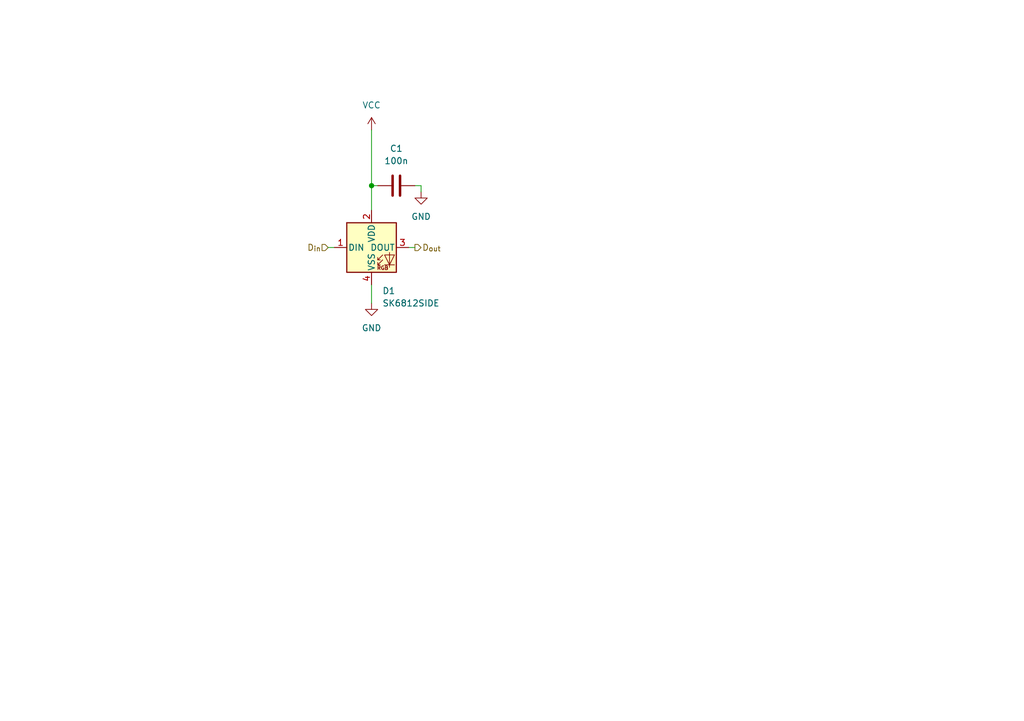
<source format=kicad_sch>
(kicad_sch (version 20240101) (generator "eeschema") (generator_version "8.99")
  (paper "A5")
  (lib_symbols
    (symbol "Device:C" (pin_numbers hide) (pin_names (offset 0.254))
      (property "Reference" "C" (at 0.635 2.54 0))
      (property "Value" "C" (at 0.635 -2.54 0))
      (symbol "C_0_1"
        (polyline (pts (xy -2.032 -0.762) (xy 2.032 -0.762)) (stroke (width 0.508)))
        (polyline (pts (xy -2.032 0.762) (xy 2.032 0.762)) (stroke (width 0.508)))
      )
      (symbol "C_1_1"
        (pin passive line (at 0 3.81 270) (length 2.794) (name "~") (number "1"))
        (pin passive line (at 0 -3.81 90) (length 2.794) (name "~") (number "2"))
      )
    )
    (symbol "LED-project:SK6812SIDE" (pin_names (offset 0.254))
      (property "Reference" "D" (at 5.08 5.715 0))
      (property "Value" "SK6812SIDE" (at 1.27 -5.715 0))
      (symbol "SK6812SIDE_0_0"
        (text "RGB" (at 2.286 -4.191 0) (effects (font (size 0.762 0.762))))
      )
      (symbol "SK6812SIDE_0_1"
        (rectangle (start -5.08 5.08) (end 5.08 -5.08) (stroke (width 0.254)) (fill (type background)))
        (polyline (pts (xy 1.27 -3.556) (xy 1.778 -3.556)))
        (polyline (pts (xy 1.27 -2.54) (xy 1.778 -2.54)))
        (polyline (pts (xy 4.699 -3.556) (xy 2.667 -3.556)))
        (polyline (pts (xy 2.286 -2.54) (xy 1.27 -3.556) (xy 1.27 -3.048)))
        (polyline (pts (xy 2.286 -1.524) (xy 1.27 -2.54) (xy 1.27 -2.032)))
        (polyline (pts (xy 3.683 -1.016) (xy 3.683 -3.556) (xy 3.683 -4.064)))
        (polyline (pts (xy 4.699 -1.524) (xy 2.667 -1.524) (xy 3.683 -3.556) (xy 4.699 -1.524)))
      )
      (symbol "SK6812SIDE_1_1"
        (pin input line (at -7.62 0 0) (length 2.54) (name "DIN") (number "1"))
        (pin power_in line (at 0 7.62 270) (length 2.54) (name "VDD") (number "2"))
        (pin output line (at 7.62 0 180) (length 2.54) (name "DOUT") (number "3"))
        (pin power_in line (at 0 -7.62 90) (length 2.54) (name "VSS") (number "4"))
      )
    )
    (symbol "power:GND" (power) (pin_names (offset 0))
      (property "Value" "GND" (at 0 -3.81 0))
      (symbol "GND_0_1"
        (polyline (pts (xy 0 0) (xy 0 -1.27) (xy 1.27 -1.27) (xy 0 -2.54) (xy -1.27 -1.27) (xy 0 -1.27)))
      )
      (symbol "GND_1_1"
        (pin power_in line (at 0 0 270) (length 0) hide (name "GND") (number "1"))
      )
    )
    (symbol "power:VCC" (power) (pin_names (offset 0))
      (property "Value" "VCC" (at 0 3.81 0))
      (symbol "VCC_0_1"
        (polyline (pts (xy -0.762 1.27) (xy 0 2.54)))
        (polyline (pts (xy 0 0) (xy 0 2.54)))
        (polyline (pts (xy 0 2.54) (xy 0.762 1.27)))
      )
      (symbol "VCC_1_1"
        (pin power_in line (at 0 0 90) (length 0) hide (name "VCC") (number "1"))
      )
    )
  )
  (junction (at 76.2 38.1))
  (wire (pts (xy 76.2 38.1) (xy 77.47 38.1)))
  (wire (pts (xy 67.31 50.8) (xy 68.58 50.8)))
  (wire (pts (xy 86.36 38.1) (xy 86.36 39.37)))
  (wire (pts (xy 76.2 43.18) (xy 76.2 38.1)))
  (wire (pts (xy 76.2 26.67) (xy 76.2 38.1)))
  (wire (pts (xy 83.82 50.8) (xy 85.09 50.8)))
  (wire (pts (xy 85.09 38.1) (xy 86.36 38.1)))
  (wire (pts (xy 76.2 58.42) (xy 76.2 62.23)))
  (hierarchical_label "D_{out}" (shape output) (at 85.09 50.8 0))
  (hierarchical_label "D_{in}" (shape input) (at 67.31 50.8 180))
  (symbol (lib_id "LED-project:SK6812SIDE") (at 76.2 50.8 0) (unit 1)
    (property "Reference" "D1" (at 78.3941 59.69 0) (effects (justify left)))
    (property "Value" "SK6812SIDE" (at 78.3941 62.23 0) (effects (justify left)))
    (property "Footprint" "LED_SMD-project:LED-SMD_4P-L4.0-W1.6-L" (effects (hide yes)))
    (property "Datasheet" "https://datasheet.lcsc.com/lcsc/2303300930_OPSCO-Optoelectronics-SK6812SIDE-A_C5378721.pdf" (effects (hide yes)))
    (property "LCSC" "C5378721" (effects (hide yes)))
    (instances (project "geheimbadge" (path "" (reference "D1") (unit 1)) (path "" (reference "D34") (unit 1)) (path "" (reference "D4") (unit 1)) (path "" (reference "D6") (unit 1)) (path "" (reference "D7") (unit 1)) (path "" (reference "D13") (unit 1)) (path "" (reference "D12") (unit 1)) (path "" (reference "D11") (unit 1)) (path "" (reference "D9") (unit 1)) (path "" (reference "D27") (unit 1)) (path "" (reference "D8") (unit 1)) (path "" (reference "D2") (unit 1)) (path "" (reference "D3") (unit 1)) (path "" (reference "D29") (unit 1)) (path "" (reference "D28") (unit 1)) (path "" (reference "D30") (unit 1)) (path "" (reference "D31") (unit 1)) (path "" (reference "D33") (unit 1)) (path "" (reference "D32") (unit 1)) (path "" (reference "D18") (unit 1)) (path "" (reference "D17") (unit 1)) (path "" (reference "D19") (unit 1)) (path "" (reference "D20") (unit 1)) (path "" (reference "D14") (unit 1)) (path "" (reference "D15") (unit 1)) (path "" (reference "D16") (unit 1)) (path "" (reference "D23") (unit 1)) (path "" (reference "D25") (unit 1)) (path "" (reference "D26") (unit 1)) (path "" (reference "D24") (unit 1)) (path "" (reference "D36") (unit 1)) (path "" (reference "D22") (unit 1)) (path "" (reference "D21") (unit 1)) (path "" (reference "D35") (unit 1)) (path "" (reference "D5") (unit 1)) (path "" (reference "D37") (unit 1)) (path "" (reference "D38") (unit 1)) (path "" (reference "D10") (unit 1))))
  )
  (symbol (lib_id "power:GND") (at 86.36 39.37 0) (unit 1)
    (property "Reference" "#PWR04" (effects (hide yes)))
    (property "Value" "GND" (at 86.36 44.45 0))
    (instances (project "geheimbadge" (path "" (reference "#PWR04") (unit 1)) (path "" (reference "#PWR0103") (unit 1)) (path "" (reference "#PWR013") (unit 1)) (path "" (reference "#PWR019") (unit 1)) (path "" (reference "#PWR022") (unit 1)) (path "" (reference "#PWR040") (unit 1)) (path "" (reference "#PWR037") (unit 1)) (path "" (reference "#PWR034") (unit 1)) (path "" (reference "#PWR028") (unit 1)) (path "" (reference "#PWR082") (unit 1)) (path "" (reference "#PWR025") (unit 1)) (path "" (reference "#PWR07") (unit 1)) (path "" (reference "#PWR010") (unit 1)) (path "" (reference "#PWR088") (unit 1)) (path "" (reference "#PWR085") (unit 1)) (path "" (reference "#PWR091") (unit 1)) (path "" (reference "#PWR094") (unit 1)) (path "" (reference "#PWR0100") (unit 1)) (path "" (reference "#PWR097") (unit 1)) (path "" (reference "#PWR055") (unit 1)) (path "" (reference "#PWR052") (unit 1)) (path "" (reference "#PWR058") (unit 1)) (path "" (reference "#PWR061") (unit 1)) (path "" (reference "#PWR043") (unit 1)) (path "" (reference "#PWR046") (unit 1)) (path "" (reference "#PWR049") (unit 1)) (path "" (reference "#PWR070") (unit 1)) (path "" (reference "#PWR076") (unit 1)) (path "" (reference "#PWR079") (unit 1)) (path "" (reference "#PWR073") (unit 1)) (path "" (reference "#PWR0109") (unit 1)) (path "" (reference "#PWR067") (unit 1)) (path "" (reference "#PWR064") (unit 1)) (path "" (reference "#PWR0106") (unit 1)) (path "" (reference "#PWR016") (unit 1)) (path "" (reference "#PWR0112") (unit 1)) (path "" (reference "#PWR0115") (unit 1)) (path "" (reference "#PWR031") (unit 1))))
  )
  (symbol (lib_id "power:VCC") (at 76.2 26.67 0) (unit 1)
    (property "Reference" "#PWR03" (effects (hide yes)))
    (property "Value" "VCC" (at 76.2 21.59 0))
    (instances (project "geheimbadge" (path "" (reference "#PWR03") (unit 1)) (path "" (reference "#PWR0102") (unit 1)) (path "" (reference "#PWR012") (unit 1)) (path "" (reference "#PWR018") (unit 1)) (path "" (reference "#PWR021") (unit 1)) (path "" (reference "#PWR039") (unit 1)) (path "" (reference "#PWR036") (unit 1)) (path "" (reference "#PWR033") (unit 1)) (path "" (reference "#PWR027") (unit 1)) (path "" (reference "#PWR081") (unit 1)) (path "" (reference "#PWR024") (unit 1)) (path "" (reference "#PWR06") (unit 1)) (path "" (reference "#PWR09") (unit 1)) (path "" (reference "#PWR087") (unit 1)) (path "" (reference "#PWR084") (unit 1)) (path "" (reference "#PWR090") (unit 1)) (path "" (reference "#PWR093") (unit 1)) (path "" (reference "#PWR099") (unit 1)) (path "" (reference "#PWR096") (unit 1)) (path "" (reference "#PWR054") (unit 1)) (path "" (reference "#PWR051") (unit 1)) (path "" (reference "#PWR057") (unit 1)) (path "" (reference "#PWR060") (unit 1)) (path "" (reference "#PWR042") (unit 1)) (path "" (reference "#PWR045") (unit 1)) (path "" (reference "#PWR048") (unit 1)) (path "" (reference "#PWR069") (unit 1)) (path "" (reference "#PWR075") (unit 1)) (path "" (reference "#PWR078") (unit 1)) (path "" (reference "#PWR072") (unit 1)) (path "" (reference "#PWR0108") (unit 1)) (path "" (reference "#PWR066") (unit 1)) (path "" (reference "#PWR063") (unit 1)) (path "" (reference "#PWR0105") (unit 1)) (path "" (reference "#PWR015") (unit 1)) (path "" (reference "#PWR0111") (unit 1)) (path "" (reference "#PWR0114") (unit 1)) (path "" (reference "#PWR030") (unit 1))))
  )
  (symbol (lib_id "power:GND") (at 76.2 62.23 0) (unit 1)
    (property "Reference" "#PWR05" (effects (hide yes)))
    (property "Value" "GND" (at 76.2 67.31 0))
    (instances (project "geheimbadge" (path "" (reference "#PWR05") (unit 1)) (path "" (reference "#PWR0104") (unit 1)) (path "" (reference "#PWR014") (unit 1)) (path "" (reference "#PWR020") (unit 1)) (path "" (reference "#PWR023") (unit 1)) (path "" (reference "#PWR041") (unit 1)) (path "" (reference "#PWR038") (unit 1)) (path "" (reference "#PWR035") (unit 1)) (path "" (reference "#PWR029") (unit 1)) (path "" (reference "#PWR083") (unit 1)) (path "" (reference "#PWR026") (unit 1)) (path "" (reference "#PWR08") (unit 1)) (path "" (reference "#PWR011") (unit 1)) (path "" (reference "#PWR089") (unit 1)) (path "" (reference "#PWR086") (unit 1)) (path "" (reference "#PWR092") (unit 1)) (path "" (reference "#PWR095") (unit 1)) (path "" (reference "#PWR0101") (unit 1)) (path "" (reference "#PWR098") (unit 1)) (path "" (reference "#PWR056") (unit 1)) (path "" (reference "#PWR053") (unit 1)) (path "" (reference "#PWR059") (unit 1)) (path "" (reference "#PWR062") (unit 1)) (path "" (reference "#PWR044") (unit 1)) (path "" (reference "#PWR047") (unit 1)) (path "" (reference "#PWR050") (unit 1)) (path "" (reference "#PWR071") (unit 1)) (path "" (reference "#PWR077") (unit 1)) (path "" (reference "#PWR080") (unit 1)) (path "" (reference "#PWR074") (unit 1)) (path "" (reference "#PWR0110") (unit 1)) (path "" (reference "#PWR068") (unit 1)) (path "" (reference "#PWR065") (unit 1)) (path "" (reference "#PWR0107") (unit 1)) (path "" (reference "#PWR017") (unit 1)) (path "" (reference "#PWR0113") (unit 1)) (path "" (reference "#PWR0116") (unit 1)) (path "" (reference "#PWR032") (unit 1))))
  )
  (symbol (lib_id "Device:C") (at 81.28 38.1 90) (unit 1)
    (property "Reference" "C1" (at 81.28 30.48 90))
    (property "Value" "100n" (at 81.28 33.02 90))
    (property "Footprint" "Capacitor_SMD:C_0402_1005Metric" (effects (hide yes)))
    (property "LCSC" "C1525" (effects (hide yes)))
    (instances (project "geheimbadge" (path "" (reference "C1") (unit 1)) (path "" (reference "C34") (unit 1)) (path "" (reference "C4") (unit 1)) (path "" (reference "C6") (unit 1)) (path "" (reference "C7") (unit 1)) (path "" (reference "C13") (unit 1)) (path "" (reference "C12") (unit 1)) (path "" (reference "C11") (unit 1)) (path "" (reference "C9") (unit 1)) (path "" (reference "C27") (unit 1)) (path "" (reference "C8") (unit 1)) (path "" (reference "C2") (unit 1)) (path "" (reference "C3") (unit 1)) (path "" (reference "C29") (unit 1)) (path "" (reference "C28") (unit 1)) (path "" (reference "C30") (unit 1)) (path "" (reference "C31") (unit 1)) (path "" (reference "C33") (unit 1)) (path "" (reference "C32") (unit 1)) (path "" (reference "C18") (unit 1)) (path "" (reference "C17") (unit 1)) (path "" (reference "C19") (unit 1)) (path "" (reference "C20") (unit 1)) (path "" (reference "C14") (unit 1)) (path "" (reference "C15") (unit 1)) (path "" (reference "C16") (unit 1)) (path "" (reference "C23") (unit 1)) (path "" (reference "C25") (unit 1)) (path "" (reference "C26") (unit 1)) (path "" (reference "C24") (unit 1)) (path "" (reference "C36") (unit 1)) (path "" (reference "C22") (unit 1)) (path "" (reference "C21") (unit 1)) (path "" (reference "C35") (unit 1)) (path "" (reference "C5") (unit 1)) (path "" (reference "C37") (unit 1)) (path "" (reference "C38") (unit 1)) (path "" (reference "C10") (unit 1))))
  )
)
</source>
